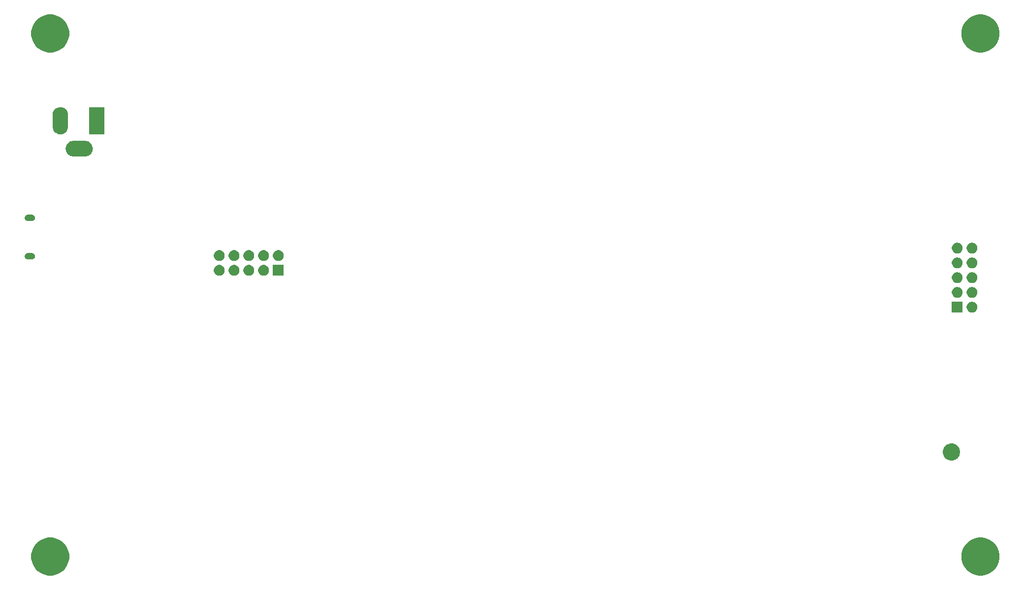
<source format=gbr>
G04 #@! TF.GenerationSoftware,KiCad,Pcbnew,5.1.5*
G04 #@! TF.CreationDate,2020-02-13T08:46:51-05:00*
G04 #@! TF.ProjectId,io-master,696f2d6d-6173-4746-9572-2e6b69636164,A*
G04 #@! TF.SameCoordinates,Original*
G04 #@! TF.FileFunction,Soldermask,Bot*
G04 #@! TF.FilePolarity,Negative*
%FSLAX46Y46*%
G04 Gerber Fmt 4.6, Leading zero omitted, Abs format (unit mm)*
G04 Created by KiCad (PCBNEW 5.1.5) date 2020-02-13 08:46:51*
%MOMM*%
%LPD*%
G04 APERTURE LIST*
%ADD10C,0.100000*%
G04 APERTURE END LIST*
D10*
G36*
X195956741Y-121846048D02*
G01*
X196553663Y-122093301D01*
X197090878Y-122452257D01*
X197547743Y-122909122D01*
X197906699Y-123446337D01*
X198153952Y-124043259D01*
X198280000Y-124676948D01*
X198280000Y-125323052D01*
X198153952Y-125956741D01*
X197906699Y-126553663D01*
X197547743Y-127090878D01*
X197090878Y-127547743D01*
X196553663Y-127906699D01*
X195956741Y-128153952D01*
X195323052Y-128280000D01*
X194676948Y-128280000D01*
X194043259Y-128153952D01*
X193446337Y-127906699D01*
X192909122Y-127547743D01*
X192452257Y-127090878D01*
X192093301Y-126553663D01*
X191846048Y-125956741D01*
X191720000Y-125323052D01*
X191720000Y-124676948D01*
X191846048Y-124043259D01*
X192093301Y-123446337D01*
X192452257Y-122909122D01*
X192909122Y-122452257D01*
X193446337Y-122093301D01*
X194043259Y-121846048D01*
X194676948Y-121720000D01*
X195323052Y-121720000D01*
X195956741Y-121846048D01*
G37*
G36*
X35956741Y-121846048D02*
G01*
X36553663Y-122093301D01*
X37090878Y-122452257D01*
X37547743Y-122909122D01*
X37906699Y-123446337D01*
X38153952Y-124043259D01*
X38280000Y-124676948D01*
X38280000Y-125323052D01*
X38153952Y-125956741D01*
X37906699Y-126553663D01*
X37547743Y-127090878D01*
X37090878Y-127547743D01*
X36553663Y-127906699D01*
X35956741Y-128153952D01*
X35323052Y-128280000D01*
X34676948Y-128280000D01*
X34043259Y-128153952D01*
X33446337Y-127906699D01*
X32909122Y-127547743D01*
X32452257Y-127090878D01*
X32093301Y-126553663D01*
X31846048Y-125956741D01*
X31720000Y-125323052D01*
X31720000Y-124676948D01*
X31846048Y-124043259D01*
X32093301Y-123446337D01*
X32452257Y-122909122D01*
X32909122Y-122452257D01*
X33446337Y-122093301D01*
X34043259Y-121846048D01*
X34676948Y-121720000D01*
X35323052Y-121720000D01*
X35956741Y-121846048D01*
G37*
G36*
X190260140Y-105542750D02*
G01*
X190431703Y-105576876D01*
X190614753Y-105652699D01*
X190701043Y-105688441D01*
X190943445Y-105850409D01*
X191149591Y-106056555D01*
X191311559Y-106298957D01*
X191347301Y-106385247D01*
X191423124Y-106568297D01*
X191480000Y-106854235D01*
X191480000Y-107145765D01*
X191423124Y-107431703D01*
X191347301Y-107614753D01*
X191311559Y-107701043D01*
X191149591Y-107943445D01*
X190943445Y-108149591D01*
X190701043Y-108311559D01*
X190614753Y-108347301D01*
X190431703Y-108423124D01*
X190260140Y-108457250D01*
X190145767Y-108480000D01*
X189854233Y-108480000D01*
X189739860Y-108457250D01*
X189568297Y-108423124D01*
X189385247Y-108347301D01*
X189298957Y-108311559D01*
X189056555Y-108149591D01*
X188850409Y-107943445D01*
X188688441Y-107701043D01*
X188652699Y-107614753D01*
X188576876Y-107431703D01*
X188520000Y-107145765D01*
X188520000Y-106854235D01*
X188576876Y-106568297D01*
X188652699Y-106385247D01*
X188688441Y-106298957D01*
X188850409Y-106056555D01*
X189056555Y-105850409D01*
X189298957Y-105688441D01*
X189385247Y-105652699D01*
X189568297Y-105576876D01*
X189739860Y-105542750D01*
X189854233Y-105520000D01*
X190145767Y-105520000D01*
X190260140Y-105542750D01*
G37*
G36*
X191930000Y-83010000D02*
G01*
X190070000Y-83010000D01*
X190070000Y-81150000D01*
X191930000Y-81150000D01*
X191930000Y-83010000D01*
G37*
G36*
X193811271Y-81185739D02*
G01*
X193811273Y-81185740D01*
X193811274Y-81185740D01*
X193980520Y-81255844D01*
X194132841Y-81357622D01*
X194262378Y-81487159D01*
X194364156Y-81639480D01*
X194434260Y-81808726D01*
X194470000Y-81988405D01*
X194470000Y-82171595D01*
X194434260Y-82351274D01*
X194364156Y-82520520D01*
X194262378Y-82672841D01*
X194132841Y-82802378D01*
X193980520Y-82904156D01*
X193811274Y-82974260D01*
X193811273Y-82974260D01*
X193811271Y-82974261D01*
X193631597Y-83010000D01*
X193448403Y-83010000D01*
X193268729Y-82974261D01*
X193268727Y-82974260D01*
X193268726Y-82974260D01*
X193099480Y-82904156D01*
X192947159Y-82802378D01*
X192817622Y-82672841D01*
X192715844Y-82520520D01*
X192645740Y-82351274D01*
X192610000Y-82171595D01*
X192610000Y-81988405D01*
X192645740Y-81808726D01*
X192715844Y-81639480D01*
X192817622Y-81487159D01*
X192947159Y-81357622D01*
X193099480Y-81255844D01*
X193268726Y-81185740D01*
X193268727Y-81185740D01*
X193268729Y-81185739D01*
X193448403Y-81150000D01*
X193631597Y-81150000D01*
X193811271Y-81185739D01*
G37*
G36*
X193811271Y-78645739D02*
G01*
X193811273Y-78645740D01*
X193811274Y-78645740D01*
X193980520Y-78715844D01*
X194132841Y-78817622D01*
X194262378Y-78947159D01*
X194364156Y-79099480D01*
X194434260Y-79268726D01*
X194470000Y-79448405D01*
X194470000Y-79631595D01*
X194434260Y-79811274D01*
X194364156Y-79980520D01*
X194262378Y-80132841D01*
X194132841Y-80262378D01*
X193980520Y-80364156D01*
X193811274Y-80434260D01*
X193811273Y-80434260D01*
X193811271Y-80434261D01*
X193631597Y-80470000D01*
X193448403Y-80470000D01*
X193268729Y-80434261D01*
X193268727Y-80434260D01*
X193268726Y-80434260D01*
X193099480Y-80364156D01*
X192947159Y-80262378D01*
X192817622Y-80132841D01*
X192715844Y-79980520D01*
X192645740Y-79811274D01*
X192610000Y-79631595D01*
X192610000Y-79448405D01*
X192645740Y-79268726D01*
X192715844Y-79099480D01*
X192817622Y-78947159D01*
X192947159Y-78817622D01*
X193099480Y-78715844D01*
X193268726Y-78645740D01*
X193268727Y-78645740D01*
X193268729Y-78645739D01*
X193448403Y-78610000D01*
X193631597Y-78610000D01*
X193811271Y-78645739D01*
G37*
G36*
X191271271Y-78645739D02*
G01*
X191271273Y-78645740D01*
X191271274Y-78645740D01*
X191440520Y-78715844D01*
X191592841Y-78817622D01*
X191722378Y-78947159D01*
X191824156Y-79099480D01*
X191894260Y-79268726D01*
X191930000Y-79448405D01*
X191930000Y-79631595D01*
X191894260Y-79811274D01*
X191824156Y-79980520D01*
X191722378Y-80132841D01*
X191592841Y-80262378D01*
X191440520Y-80364156D01*
X191271274Y-80434260D01*
X191271273Y-80434260D01*
X191271271Y-80434261D01*
X191091597Y-80470000D01*
X190908403Y-80470000D01*
X190728729Y-80434261D01*
X190728727Y-80434260D01*
X190728726Y-80434260D01*
X190559480Y-80364156D01*
X190407159Y-80262378D01*
X190277622Y-80132841D01*
X190175844Y-79980520D01*
X190105740Y-79811274D01*
X190070000Y-79631595D01*
X190070000Y-79448405D01*
X190105740Y-79268726D01*
X190175844Y-79099480D01*
X190277622Y-78947159D01*
X190407159Y-78817622D01*
X190559480Y-78715844D01*
X190728726Y-78645740D01*
X190728727Y-78645740D01*
X190728729Y-78645739D01*
X190908403Y-78610000D01*
X191091597Y-78610000D01*
X191271271Y-78645739D01*
G37*
G36*
X191271271Y-76105739D02*
G01*
X191271273Y-76105740D01*
X191271274Y-76105740D01*
X191440520Y-76175844D01*
X191592841Y-76277622D01*
X191722378Y-76407159D01*
X191824156Y-76559480D01*
X191894260Y-76728726D01*
X191930000Y-76908405D01*
X191930000Y-77091595D01*
X191894260Y-77271274D01*
X191824156Y-77440520D01*
X191722378Y-77592841D01*
X191592841Y-77722378D01*
X191440520Y-77824156D01*
X191271274Y-77894260D01*
X191271273Y-77894260D01*
X191271271Y-77894261D01*
X191091597Y-77930000D01*
X190908403Y-77930000D01*
X190728729Y-77894261D01*
X190728727Y-77894260D01*
X190728726Y-77894260D01*
X190559480Y-77824156D01*
X190407159Y-77722378D01*
X190277622Y-77592841D01*
X190175844Y-77440520D01*
X190105740Y-77271274D01*
X190070000Y-77091595D01*
X190070000Y-76908405D01*
X190105740Y-76728726D01*
X190175844Y-76559480D01*
X190277622Y-76407159D01*
X190407159Y-76277622D01*
X190559480Y-76175844D01*
X190728726Y-76105740D01*
X190728727Y-76105740D01*
X190728729Y-76105739D01*
X190908403Y-76070000D01*
X191091597Y-76070000D01*
X191271271Y-76105739D01*
G37*
G36*
X193811271Y-76105739D02*
G01*
X193811273Y-76105740D01*
X193811274Y-76105740D01*
X193980520Y-76175844D01*
X194132841Y-76277622D01*
X194262378Y-76407159D01*
X194364156Y-76559480D01*
X194434260Y-76728726D01*
X194470000Y-76908405D01*
X194470000Y-77091595D01*
X194434260Y-77271274D01*
X194364156Y-77440520D01*
X194262378Y-77592841D01*
X194132841Y-77722378D01*
X193980520Y-77824156D01*
X193811274Y-77894260D01*
X193811273Y-77894260D01*
X193811271Y-77894261D01*
X193631597Y-77930000D01*
X193448403Y-77930000D01*
X193268729Y-77894261D01*
X193268727Y-77894260D01*
X193268726Y-77894260D01*
X193099480Y-77824156D01*
X192947159Y-77722378D01*
X192817622Y-77592841D01*
X192715844Y-77440520D01*
X192645740Y-77271274D01*
X192610000Y-77091595D01*
X192610000Y-76908405D01*
X192645740Y-76728726D01*
X192715844Y-76559480D01*
X192817622Y-76407159D01*
X192947159Y-76277622D01*
X193099480Y-76175844D01*
X193268726Y-76105740D01*
X193268727Y-76105740D01*
X193268729Y-76105739D01*
X193448403Y-76070000D01*
X193631597Y-76070000D01*
X193811271Y-76105739D01*
G37*
G36*
X64361271Y-74855739D02*
G01*
X64361273Y-74855740D01*
X64361274Y-74855740D01*
X64530520Y-74925844D01*
X64682841Y-75027622D01*
X64812378Y-75157159D01*
X64914156Y-75309480D01*
X64984260Y-75478726D01*
X65020000Y-75658405D01*
X65020000Y-75841595D01*
X64984260Y-76021274D01*
X64914156Y-76190520D01*
X64812378Y-76342841D01*
X64682841Y-76472378D01*
X64530520Y-76574156D01*
X64361274Y-76644260D01*
X64361273Y-76644260D01*
X64361271Y-76644261D01*
X64181597Y-76680000D01*
X63998403Y-76680000D01*
X63818729Y-76644261D01*
X63818727Y-76644260D01*
X63818726Y-76644260D01*
X63649480Y-76574156D01*
X63497159Y-76472378D01*
X63367622Y-76342841D01*
X63265844Y-76190520D01*
X63195740Y-76021274D01*
X63160000Y-75841595D01*
X63160000Y-75658405D01*
X63195740Y-75478726D01*
X63265844Y-75309480D01*
X63367622Y-75157159D01*
X63497159Y-75027622D01*
X63649480Y-74925844D01*
X63818726Y-74855740D01*
X63818727Y-74855740D01*
X63818729Y-74855739D01*
X63998403Y-74820000D01*
X64181597Y-74820000D01*
X64361271Y-74855739D01*
G37*
G36*
X75180000Y-76680000D02*
G01*
X73320000Y-76680000D01*
X73320000Y-74820000D01*
X75180000Y-74820000D01*
X75180000Y-76680000D01*
G37*
G36*
X71981271Y-74855739D02*
G01*
X71981273Y-74855740D01*
X71981274Y-74855740D01*
X72150520Y-74925844D01*
X72302841Y-75027622D01*
X72432378Y-75157159D01*
X72534156Y-75309480D01*
X72604260Y-75478726D01*
X72640000Y-75658405D01*
X72640000Y-75841595D01*
X72604260Y-76021274D01*
X72534156Y-76190520D01*
X72432378Y-76342841D01*
X72302841Y-76472378D01*
X72150520Y-76574156D01*
X71981274Y-76644260D01*
X71981273Y-76644260D01*
X71981271Y-76644261D01*
X71801597Y-76680000D01*
X71618403Y-76680000D01*
X71438729Y-76644261D01*
X71438727Y-76644260D01*
X71438726Y-76644260D01*
X71269480Y-76574156D01*
X71117159Y-76472378D01*
X70987622Y-76342841D01*
X70885844Y-76190520D01*
X70815740Y-76021274D01*
X70780000Y-75841595D01*
X70780000Y-75658405D01*
X70815740Y-75478726D01*
X70885844Y-75309480D01*
X70987622Y-75157159D01*
X71117159Y-75027622D01*
X71269480Y-74925844D01*
X71438726Y-74855740D01*
X71438727Y-74855740D01*
X71438729Y-74855739D01*
X71618403Y-74820000D01*
X71801597Y-74820000D01*
X71981271Y-74855739D01*
G37*
G36*
X69441271Y-74855739D02*
G01*
X69441273Y-74855740D01*
X69441274Y-74855740D01*
X69610520Y-74925844D01*
X69762841Y-75027622D01*
X69892378Y-75157159D01*
X69994156Y-75309480D01*
X70064260Y-75478726D01*
X70100000Y-75658405D01*
X70100000Y-75841595D01*
X70064260Y-76021274D01*
X69994156Y-76190520D01*
X69892378Y-76342841D01*
X69762841Y-76472378D01*
X69610520Y-76574156D01*
X69441274Y-76644260D01*
X69441273Y-76644260D01*
X69441271Y-76644261D01*
X69261597Y-76680000D01*
X69078403Y-76680000D01*
X68898729Y-76644261D01*
X68898727Y-76644260D01*
X68898726Y-76644260D01*
X68729480Y-76574156D01*
X68577159Y-76472378D01*
X68447622Y-76342841D01*
X68345844Y-76190520D01*
X68275740Y-76021274D01*
X68240000Y-75841595D01*
X68240000Y-75658405D01*
X68275740Y-75478726D01*
X68345844Y-75309480D01*
X68447622Y-75157159D01*
X68577159Y-75027622D01*
X68729480Y-74925844D01*
X68898726Y-74855740D01*
X68898727Y-74855740D01*
X68898729Y-74855739D01*
X69078403Y-74820000D01*
X69261597Y-74820000D01*
X69441271Y-74855739D01*
G37*
G36*
X66901271Y-74855739D02*
G01*
X66901273Y-74855740D01*
X66901274Y-74855740D01*
X67070520Y-74925844D01*
X67222841Y-75027622D01*
X67352378Y-75157159D01*
X67454156Y-75309480D01*
X67524260Y-75478726D01*
X67560000Y-75658405D01*
X67560000Y-75841595D01*
X67524260Y-76021274D01*
X67454156Y-76190520D01*
X67352378Y-76342841D01*
X67222841Y-76472378D01*
X67070520Y-76574156D01*
X66901274Y-76644260D01*
X66901273Y-76644260D01*
X66901271Y-76644261D01*
X66721597Y-76680000D01*
X66538403Y-76680000D01*
X66358729Y-76644261D01*
X66358727Y-76644260D01*
X66358726Y-76644260D01*
X66189480Y-76574156D01*
X66037159Y-76472378D01*
X65907622Y-76342841D01*
X65805844Y-76190520D01*
X65735740Y-76021274D01*
X65700000Y-75841595D01*
X65700000Y-75658405D01*
X65735740Y-75478726D01*
X65805844Y-75309480D01*
X65907622Y-75157159D01*
X66037159Y-75027622D01*
X66189480Y-74925844D01*
X66358726Y-74855740D01*
X66358727Y-74855740D01*
X66358729Y-74855739D01*
X66538403Y-74820000D01*
X66721597Y-74820000D01*
X66901271Y-74855739D01*
G37*
G36*
X191271271Y-73565739D02*
G01*
X191271273Y-73565740D01*
X191271274Y-73565740D01*
X191440520Y-73635844D01*
X191592841Y-73737622D01*
X191722378Y-73867159D01*
X191824156Y-74019480D01*
X191894260Y-74188726D01*
X191930000Y-74368405D01*
X191930000Y-74551595D01*
X191894260Y-74731274D01*
X191824156Y-74900520D01*
X191722378Y-75052841D01*
X191592841Y-75182378D01*
X191440520Y-75284156D01*
X191271274Y-75354260D01*
X191271273Y-75354260D01*
X191271271Y-75354261D01*
X191091597Y-75390000D01*
X190908403Y-75390000D01*
X190728729Y-75354261D01*
X190728727Y-75354260D01*
X190728726Y-75354260D01*
X190559480Y-75284156D01*
X190407159Y-75182378D01*
X190277622Y-75052841D01*
X190175844Y-74900520D01*
X190105740Y-74731274D01*
X190070000Y-74551595D01*
X190070000Y-74368405D01*
X190105740Y-74188726D01*
X190175844Y-74019480D01*
X190277622Y-73867159D01*
X190407159Y-73737622D01*
X190559480Y-73635844D01*
X190728726Y-73565740D01*
X190728727Y-73565740D01*
X190728729Y-73565739D01*
X190908403Y-73530000D01*
X191091597Y-73530000D01*
X191271271Y-73565739D01*
G37*
G36*
X193811271Y-73565739D02*
G01*
X193811273Y-73565740D01*
X193811274Y-73565740D01*
X193980520Y-73635844D01*
X194132841Y-73737622D01*
X194262378Y-73867159D01*
X194364156Y-74019480D01*
X194434260Y-74188726D01*
X194470000Y-74368405D01*
X194470000Y-74551595D01*
X194434260Y-74731274D01*
X194364156Y-74900520D01*
X194262378Y-75052841D01*
X194132841Y-75182378D01*
X193980520Y-75284156D01*
X193811274Y-75354260D01*
X193811273Y-75354260D01*
X193811271Y-75354261D01*
X193631597Y-75390000D01*
X193448403Y-75390000D01*
X193268729Y-75354261D01*
X193268727Y-75354260D01*
X193268726Y-75354260D01*
X193099480Y-75284156D01*
X192947159Y-75182378D01*
X192817622Y-75052841D01*
X192715844Y-74900520D01*
X192645740Y-74731274D01*
X192610000Y-74551595D01*
X192610000Y-74368405D01*
X192645740Y-74188726D01*
X192715844Y-74019480D01*
X192817622Y-73867159D01*
X192947159Y-73737622D01*
X193099480Y-73635844D01*
X193268726Y-73565740D01*
X193268727Y-73565740D01*
X193268729Y-73565739D01*
X193448403Y-73530000D01*
X193631597Y-73530000D01*
X193811271Y-73565739D01*
G37*
G36*
X74521271Y-72315739D02*
G01*
X74521273Y-72315740D01*
X74521274Y-72315740D01*
X74690520Y-72385844D01*
X74842841Y-72487622D01*
X74972378Y-72617159D01*
X75074156Y-72769480D01*
X75110486Y-72857189D01*
X75144261Y-72938729D01*
X75180000Y-73118403D01*
X75180000Y-73301597D01*
X75159652Y-73403896D01*
X75144260Y-73481274D01*
X75074156Y-73650520D01*
X74972378Y-73802841D01*
X74842841Y-73932378D01*
X74690520Y-74034156D01*
X74521274Y-74104260D01*
X74521273Y-74104260D01*
X74521271Y-74104261D01*
X74341597Y-74140000D01*
X74158403Y-74140000D01*
X73978729Y-74104261D01*
X73978727Y-74104260D01*
X73978726Y-74104260D01*
X73809480Y-74034156D01*
X73657159Y-73932378D01*
X73527622Y-73802841D01*
X73425844Y-73650520D01*
X73355740Y-73481274D01*
X73340349Y-73403896D01*
X73320000Y-73301597D01*
X73320000Y-73118403D01*
X73355739Y-72938729D01*
X73389514Y-72857189D01*
X73425844Y-72769480D01*
X73527622Y-72617159D01*
X73657159Y-72487622D01*
X73809480Y-72385844D01*
X73978726Y-72315740D01*
X73978727Y-72315740D01*
X73978729Y-72315739D01*
X74158403Y-72280000D01*
X74341597Y-72280000D01*
X74521271Y-72315739D01*
G37*
G36*
X71981271Y-72315739D02*
G01*
X71981273Y-72315740D01*
X71981274Y-72315740D01*
X72150520Y-72385844D01*
X72302841Y-72487622D01*
X72432378Y-72617159D01*
X72534156Y-72769480D01*
X72570486Y-72857189D01*
X72604261Y-72938729D01*
X72640000Y-73118403D01*
X72640000Y-73301597D01*
X72619652Y-73403896D01*
X72604260Y-73481274D01*
X72534156Y-73650520D01*
X72432378Y-73802841D01*
X72302841Y-73932378D01*
X72150520Y-74034156D01*
X71981274Y-74104260D01*
X71981273Y-74104260D01*
X71981271Y-74104261D01*
X71801597Y-74140000D01*
X71618403Y-74140000D01*
X71438729Y-74104261D01*
X71438727Y-74104260D01*
X71438726Y-74104260D01*
X71269480Y-74034156D01*
X71117159Y-73932378D01*
X70987622Y-73802841D01*
X70885844Y-73650520D01*
X70815740Y-73481274D01*
X70800349Y-73403896D01*
X70780000Y-73301597D01*
X70780000Y-73118403D01*
X70815739Y-72938729D01*
X70849514Y-72857189D01*
X70885844Y-72769480D01*
X70987622Y-72617159D01*
X71117159Y-72487622D01*
X71269480Y-72385844D01*
X71438726Y-72315740D01*
X71438727Y-72315740D01*
X71438729Y-72315739D01*
X71618403Y-72280000D01*
X71801597Y-72280000D01*
X71981271Y-72315739D01*
G37*
G36*
X69441271Y-72315739D02*
G01*
X69441273Y-72315740D01*
X69441274Y-72315740D01*
X69610520Y-72385844D01*
X69762841Y-72487622D01*
X69892378Y-72617159D01*
X69994156Y-72769480D01*
X70030486Y-72857189D01*
X70064261Y-72938729D01*
X70100000Y-73118403D01*
X70100000Y-73301597D01*
X70079652Y-73403896D01*
X70064260Y-73481274D01*
X69994156Y-73650520D01*
X69892378Y-73802841D01*
X69762841Y-73932378D01*
X69610520Y-74034156D01*
X69441274Y-74104260D01*
X69441273Y-74104260D01*
X69441271Y-74104261D01*
X69261597Y-74140000D01*
X69078403Y-74140000D01*
X68898729Y-74104261D01*
X68898727Y-74104260D01*
X68898726Y-74104260D01*
X68729480Y-74034156D01*
X68577159Y-73932378D01*
X68447622Y-73802841D01*
X68345844Y-73650520D01*
X68275740Y-73481274D01*
X68260349Y-73403896D01*
X68240000Y-73301597D01*
X68240000Y-73118403D01*
X68275739Y-72938729D01*
X68309514Y-72857189D01*
X68345844Y-72769480D01*
X68447622Y-72617159D01*
X68577159Y-72487622D01*
X68729480Y-72385844D01*
X68898726Y-72315740D01*
X68898727Y-72315740D01*
X68898729Y-72315739D01*
X69078403Y-72280000D01*
X69261597Y-72280000D01*
X69441271Y-72315739D01*
G37*
G36*
X66901271Y-72315739D02*
G01*
X66901273Y-72315740D01*
X66901274Y-72315740D01*
X67070520Y-72385844D01*
X67222841Y-72487622D01*
X67352378Y-72617159D01*
X67454156Y-72769480D01*
X67490486Y-72857189D01*
X67524261Y-72938729D01*
X67560000Y-73118403D01*
X67560000Y-73301597D01*
X67539652Y-73403896D01*
X67524260Y-73481274D01*
X67454156Y-73650520D01*
X67352378Y-73802841D01*
X67222841Y-73932378D01*
X67070520Y-74034156D01*
X66901274Y-74104260D01*
X66901273Y-74104260D01*
X66901271Y-74104261D01*
X66721597Y-74140000D01*
X66538403Y-74140000D01*
X66358729Y-74104261D01*
X66358727Y-74104260D01*
X66358726Y-74104260D01*
X66189480Y-74034156D01*
X66037159Y-73932378D01*
X65907622Y-73802841D01*
X65805844Y-73650520D01*
X65735740Y-73481274D01*
X65720349Y-73403896D01*
X65700000Y-73301597D01*
X65700000Y-73118403D01*
X65735739Y-72938729D01*
X65769514Y-72857189D01*
X65805844Y-72769480D01*
X65907622Y-72617159D01*
X66037159Y-72487622D01*
X66189480Y-72385844D01*
X66358726Y-72315740D01*
X66358727Y-72315740D01*
X66358729Y-72315739D01*
X66538403Y-72280000D01*
X66721597Y-72280000D01*
X66901271Y-72315739D01*
G37*
G36*
X64361271Y-72315739D02*
G01*
X64361273Y-72315740D01*
X64361274Y-72315740D01*
X64530520Y-72385844D01*
X64682841Y-72487622D01*
X64812378Y-72617159D01*
X64914156Y-72769480D01*
X64950486Y-72857189D01*
X64984261Y-72938729D01*
X65020000Y-73118403D01*
X65020000Y-73301597D01*
X64999652Y-73403896D01*
X64984260Y-73481274D01*
X64914156Y-73650520D01*
X64812378Y-73802841D01*
X64682841Y-73932378D01*
X64530520Y-74034156D01*
X64361274Y-74104260D01*
X64361273Y-74104260D01*
X64361271Y-74104261D01*
X64181597Y-74140000D01*
X63998403Y-74140000D01*
X63818729Y-74104261D01*
X63818727Y-74104260D01*
X63818726Y-74104260D01*
X63649480Y-74034156D01*
X63497159Y-73932378D01*
X63367622Y-73802841D01*
X63265844Y-73650520D01*
X63195740Y-73481274D01*
X63180349Y-73403896D01*
X63160000Y-73301597D01*
X63160000Y-73118403D01*
X63195739Y-72938729D01*
X63229514Y-72857189D01*
X63265844Y-72769480D01*
X63367622Y-72617159D01*
X63497159Y-72487622D01*
X63649480Y-72385844D01*
X63818726Y-72315740D01*
X63818727Y-72315740D01*
X63818729Y-72315739D01*
X63998403Y-72280000D01*
X64181597Y-72280000D01*
X64361271Y-72315739D01*
G37*
G36*
X31931651Y-72775478D02*
G01*
X31953898Y-72777669D01*
X32003851Y-72792822D01*
X32053805Y-72807975D01*
X32132427Y-72850000D01*
X32145877Y-72857189D01*
X32226580Y-72923420D01*
X32292811Y-73004123D01*
X32292812Y-73004125D01*
X32342025Y-73096195D01*
X32372332Y-73196104D01*
X32382565Y-73300000D01*
X32372332Y-73403896D01*
X32342025Y-73503805D01*
X32295796Y-73590292D01*
X32292811Y-73595877D01*
X32226580Y-73676580D01*
X32145877Y-73742811D01*
X32145875Y-73742812D01*
X32053805Y-73792025D01*
X32018148Y-73802841D01*
X31953898Y-73822331D01*
X31931651Y-73824522D01*
X31876038Y-73830000D01*
X31123962Y-73830000D01*
X31068349Y-73824522D01*
X31046102Y-73822331D01*
X30981852Y-73802841D01*
X30946195Y-73792025D01*
X30854125Y-73742812D01*
X30854123Y-73742811D01*
X30773420Y-73676580D01*
X30707189Y-73595877D01*
X30704204Y-73590292D01*
X30657975Y-73503805D01*
X30627668Y-73403896D01*
X30617435Y-73300000D01*
X30627668Y-73196104D01*
X30657975Y-73096195D01*
X30707188Y-73004125D01*
X30707189Y-73004123D01*
X30773420Y-72923420D01*
X30854123Y-72857189D01*
X30867573Y-72850000D01*
X30946195Y-72807975D01*
X30996150Y-72792822D01*
X31046102Y-72777669D01*
X31068349Y-72775478D01*
X31123962Y-72770000D01*
X31876038Y-72770000D01*
X31931651Y-72775478D01*
G37*
G36*
X191271271Y-71025739D02*
G01*
X191271273Y-71025740D01*
X191271274Y-71025740D01*
X191440520Y-71095844D01*
X191592841Y-71197622D01*
X191722378Y-71327159D01*
X191824156Y-71479480D01*
X191894260Y-71648726D01*
X191930000Y-71828405D01*
X191930000Y-72011595D01*
X191894260Y-72191274D01*
X191824156Y-72360520D01*
X191722378Y-72512841D01*
X191592841Y-72642378D01*
X191440520Y-72744156D01*
X191271274Y-72814260D01*
X191271273Y-72814260D01*
X191271271Y-72814261D01*
X191091597Y-72850000D01*
X190908403Y-72850000D01*
X190728729Y-72814261D01*
X190728727Y-72814260D01*
X190728726Y-72814260D01*
X190559480Y-72744156D01*
X190407159Y-72642378D01*
X190277622Y-72512841D01*
X190175844Y-72360520D01*
X190105740Y-72191274D01*
X190070000Y-72011595D01*
X190070000Y-71828405D01*
X190105740Y-71648726D01*
X190175844Y-71479480D01*
X190277622Y-71327159D01*
X190407159Y-71197622D01*
X190559480Y-71095844D01*
X190728726Y-71025740D01*
X190728727Y-71025740D01*
X190728729Y-71025739D01*
X190908403Y-70990000D01*
X191091597Y-70990000D01*
X191271271Y-71025739D01*
G37*
G36*
X193811271Y-71025739D02*
G01*
X193811273Y-71025740D01*
X193811274Y-71025740D01*
X193980520Y-71095844D01*
X194132841Y-71197622D01*
X194262378Y-71327159D01*
X194364156Y-71479480D01*
X194434260Y-71648726D01*
X194470000Y-71828405D01*
X194470000Y-72011595D01*
X194434260Y-72191274D01*
X194364156Y-72360520D01*
X194262378Y-72512841D01*
X194132841Y-72642378D01*
X193980520Y-72744156D01*
X193811274Y-72814260D01*
X193811273Y-72814260D01*
X193811271Y-72814261D01*
X193631597Y-72850000D01*
X193448403Y-72850000D01*
X193268729Y-72814261D01*
X193268727Y-72814260D01*
X193268726Y-72814260D01*
X193099480Y-72744156D01*
X192947159Y-72642378D01*
X192817622Y-72512841D01*
X192715844Y-72360520D01*
X192645740Y-72191274D01*
X192610000Y-72011595D01*
X192610000Y-71828405D01*
X192645740Y-71648726D01*
X192715844Y-71479480D01*
X192817622Y-71327159D01*
X192947159Y-71197622D01*
X193099480Y-71095844D01*
X193268726Y-71025740D01*
X193268727Y-71025740D01*
X193268729Y-71025739D01*
X193448403Y-70990000D01*
X193631597Y-70990000D01*
X193811271Y-71025739D01*
G37*
G36*
X31931651Y-66175478D02*
G01*
X31953898Y-66177669D01*
X32003851Y-66192822D01*
X32053805Y-66207975D01*
X32140292Y-66254204D01*
X32145877Y-66257189D01*
X32226580Y-66323420D01*
X32292811Y-66404123D01*
X32292812Y-66404125D01*
X32342025Y-66496195D01*
X32372332Y-66596104D01*
X32382565Y-66700000D01*
X32372332Y-66803896D01*
X32342025Y-66903805D01*
X32295796Y-66990292D01*
X32292811Y-66995877D01*
X32226580Y-67076580D01*
X32145877Y-67142811D01*
X32145875Y-67142812D01*
X32053805Y-67192025D01*
X32003851Y-67207178D01*
X31953898Y-67222331D01*
X31931651Y-67224522D01*
X31876038Y-67230000D01*
X31123962Y-67230000D01*
X31068349Y-67224522D01*
X31046102Y-67222331D01*
X30996149Y-67207178D01*
X30946195Y-67192025D01*
X30854125Y-67142812D01*
X30854123Y-67142811D01*
X30773420Y-67076580D01*
X30707189Y-66995877D01*
X30704204Y-66990292D01*
X30657975Y-66903805D01*
X30627668Y-66803896D01*
X30617435Y-66700000D01*
X30627668Y-66596104D01*
X30657975Y-66496195D01*
X30707188Y-66404125D01*
X30707189Y-66404123D01*
X30773420Y-66323420D01*
X30854123Y-66257189D01*
X30859708Y-66254204D01*
X30946195Y-66207975D01*
X30996149Y-66192822D01*
X31046102Y-66177669D01*
X31068349Y-66175478D01*
X31123962Y-66170000D01*
X31876038Y-66170000D01*
X31931651Y-66175478D01*
G37*
G36*
X41211879Y-53484433D02*
G01*
X41260726Y-53489244D01*
X41427863Y-53539945D01*
X41511433Y-53565295D01*
X41742482Y-53688793D01*
X41945002Y-53854998D01*
X42111207Y-54057518D01*
X42234705Y-54288567D01*
X42234705Y-54288568D01*
X42310756Y-54539274D01*
X42310756Y-54539276D01*
X42336436Y-54800000D01*
X42314982Y-55017818D01*
X42310756Y-55060726D01*
X42260055Y-55227863D01*
X42234705Y-55311433D01*
X42111207Y-55542482D01*
X41945002Y-55745002D01*
X41742482Y-55911207D01*
X41511433Y-56034705D01*
X41427863Y-56060055D01*
X41260726Y-56110756D01*
X41211878Y-56115567D01*
X41065342Y-56130000D01*
X38934658Y-56130000D01*
X38788122Y-56115567D01*
X38739274Y-56110756D01*
X38572137Y-56060055D01*
X38488567Y-56034705D01*
X38257518Y-55911207D01*
X38054998Y-55745002D01*
X37888793Y-55542482D01*
X37765295Y-55311433D01*
X37739945Y-55227863D01*
X37689244Y-55060726D01*
X37685018Y-55017818D01*
X37663564Y-54800000D01*
X37689244Y-54539276D01*
X37689244Y-54539274D01*
X37765295Y-54288568D01*
X37765295Y-54288567D01*
X37888793Y-54057518D01*
X38054998Y-53854998D01*
X38257518Y-53688793D01*
X38488567Y-53565295D01*
X38572137Y-53539945D01*
X38739274Y-53489244D01*
X38788121Y-53484433D01*
X38934658Y-53470000D01*
X41065342Y-53470000D01*
X41211879Y-53484433D01*
G37*
G36*
X36967818Y-47685018D02*
G01*
X37010726Y-47689244D01*
X37177863Y-47739945D01*
X37261433Y-47765295D01*
X37492482Y-47888793D01*
X37695002Y-48054998D01*
X37861207Y-48257518D01*
X37984705Y-48488567D01*
X37984705Y-48488568D01*
X38060756Y-48739274D01*
X38060756Y-48739276D01*
X38080000Y-48934658D01*
X38080000Y-51065342D01*
X38065567Y-51211879D01*
X38060756Y-51260726D01*
X38010055Y-51427863D01*
X37984705Y-51511433D01*
X37861207Y-51742482D01*
X37861205Y-51742484D01*
X37695002Y-51945002D01*
X37554069Y-52060662D01*
X37492481Y-52111207D01*
X37261432Y-52234705D01*
X37177862Y-52260055D01*
X37010725Y-52310756D01*
X36967817Y-52314982D01*
X36750000Y-52336436D01*
X36532182Y-52314982D01*
X36489274Y-52310756D01*
X36322137Y-52260055D01*
X36238567Y-52234705D01*
X36007518Y-52111207D01*
X35954059Y-52067334D01*
X35804998Y-51945002D01*
X35689338Y-51804069D01*
X35638793Y-51742481D01*
X35515295Y-51511432D01*
X35489945Y-51427862D01*
X35439244Y-51260725D01*
X35434433Y-51211877D01*
X35420000Y-51065341D01*
X35420001Y-48934658D01*
X35439245Y-48739276D01*
X35439245Y-48739274D01*
X35515296Y-48488568D01*
X35515296Y-48488567D01*
X35638794Y-48257518D01*
X35804999Y-48054998D01*
X36007519Y-47888793D01*
X36238568Y-47765295D01*
X36322138Y-47739945D01*
X36489275Y-47689244D01*
X36532183Y-47685018D01*
X36750000Y-47663564D01*
X36967818Y-47685018D01*
G37*
G36*
X44330000Y-52330000D02*
G01*
X41670000Y-52330000D01*
X41670000Y-47670000D01*
X44330000Y-47670000D01*
X44330000Y-52330000D01*
G37*
G36*
X195956741Y-31846048D02*
G01*
X196553663Y-32093301D01*
X197090878Y-32452257D01*
X197547743Y-32909122D01*
X197906699Y-33446337D01*
X198153952Y-34043259D01*
X198280000Y-34676948D01*
X198280000Y-35323052D01*
X198153952Y-35956741D01*
X197906699Y-36553663D01*
X197547743Y-37090878D01*
X197090878Y-37547743D01*
X196553663Y-37906699D01*
X195956741Y-38153952D01*
X195323052Y-38280000D01*
X194676948Y-38280000D01*
X194043259Y-38153952D01*
X193446337Y-37906699D01*
X192909122Y-37547743D01*
X192452257Y-37090878D01*
X192093301Y-36553663D01*
X191846048Y-35956741D01*
X191720000Y-35323052D01*
X191720000Y-34676948D01*
X191846048Y-34043259D01*
X192093301Y-33446337D01*
X192452257Y-32909122D01*
X192909122Y-32452257D01*
X193446337Y-32093301D01*
X194043259Y-31846048D01*
X194676948Y-31720000D01*
X195323052Y-31720000D01*
X195956741Y-31846048D01*
G37*
G36*
X35956741Y-31846048D02*
G01*
X36553663Y-32093301D01*
X37090878Y-32452257D01*
X37547743Y-32909122D01*
X37906699Y-33446337D01*
X38153952Y-34043259D01*
X38280000Y-34676948D01*
X38280000Y-35323052D01*
X38153952Y-35956741D01*
X37906699Y-36553663D01*
X37547743Y-37090878D01*
X37090878Y-37547743D01*
X36553663Y-37906699D01*
X35956741Y-38153952D01*
X35323052Y-38280000D01*
X34676948Y-38280000D01*
X34043259Y-38153952D01*
X33446337Y-37906699D01*
X32909122Y-37547743D01*
X32452257Y-37090878D01*
X32093301Y-36553663D01*
X31846048Y-35956741D01*
X31720000Y-35323052D01*
X31720000Y-34676948D01*
X31846048Y-34043259D01*
X32093301Y-33446337D01*
X32452257Y-32909122D01*
X32909122Y-32452257D01*
X33446337Y-32093301D01*
X34043259Y-31846048D01*
X34676948Y-31720000D01*
X35323052Y-31720000D01*
X35956741Y-31846048D01*
G37*
M02*

</source>
